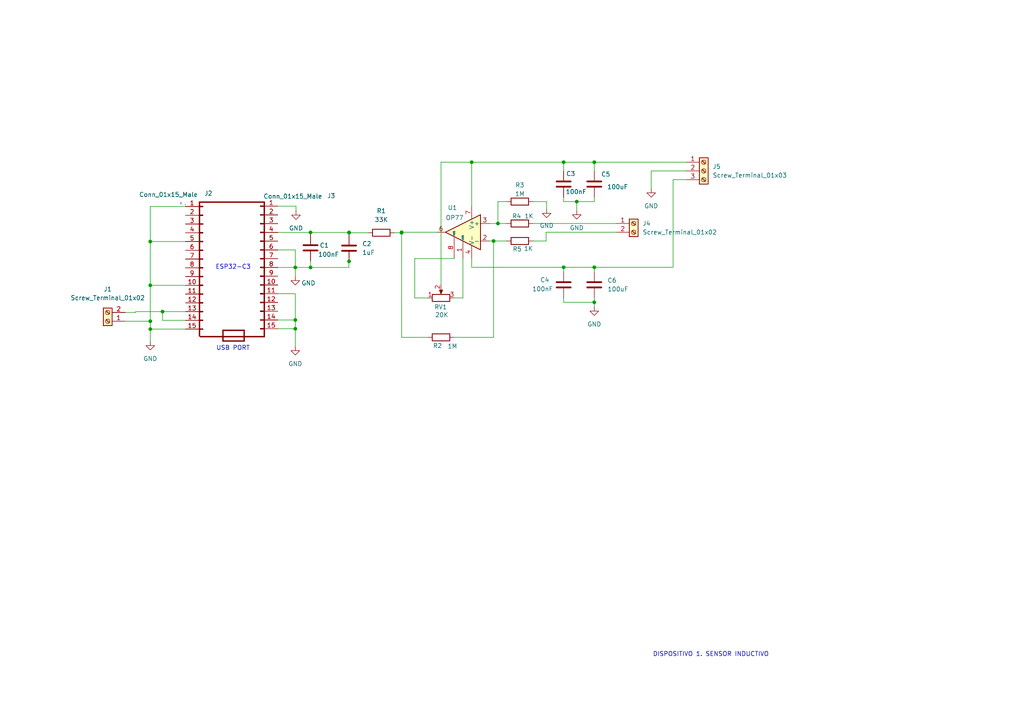
<source format=kicad_sch>
(kicad_sch (version 20211123) (generator eeschema)
  (paper "A4")
  (lib_symbols
    (symbol "Amplifier_Operational:OP77" (pin_names (offset 0.127))
      (property "Reference" "U" (at 1.27 6.35 0))
      (property "Value" "OP77" (at 1.27 3.81 0))
      (symbol "OP77_0_1"
        (polyline (pts (xy -5.08 5.08) (xy 5.08 0) (xy -5.08 -5.08) (xy -5.08 5.08)) (stroke (width 0.254)) (fill (type background)))
      )
      (symbol "OP77_1_1"
        (pin input line (at 0 -7.62 90) (length 5.08) (name "VOS") (number "1"))
        (pin input line (at -7.62 -2.54 0) (length 2.54) (name "-") (number "2"))
        (pin input line (at -7.62 2.54 0) (length 2.54) (name "+") (number "3"))
        (pin power_in line (at -2.54 -7.62 90) (length 3.81) (name "V-") (number "4"))
        (pin no_connect line (at 0 2.54 270) (length 2.54) hide (name "NC") (number "5"))
        (pin output line (at 7.62 0 180) (length 2.54) (name "~") (number "6"))
        (pin power_in line (at -2.54 7.62 270) (length 3.81) (name "V+") (number "7"))
        (pin input line (at 2.54 -7.62 90) (length 6.35) (name "VOS") (number "8"))
      )
    )
    (symbol "Connector:Conn_01x15_Male" (pin_names (offset 1.016) hide)
      (property "Reference" "J" (at 0 20.32 0))
      (property "Value" "Conn_01x15_Male" (at 0 -20.32 0))
      (symbol "Conn_01x15_Male_1_1"
        (polyline (pts (xy 1.27 -17.78) (xy 0.8636 -17.78)) (stroke (width 0.1524)))
        (polyline (pts (xy 1.27 -15.24) (xy 0.8636 -15.24)) (stroke (width 0.1524)))
        (polyline (pts (xy 1.27 -12.7) (xy 0.8636 -12.7)) (stroke (width 0.1524)))
        (polyline (pts (xy 1.27 -10.16) (xy 0.8636 -10.16)) (stroke (width 0.1524)))
        (polyline (pts (xy 1.27 -7.62) (xy 0.8636 -7.62)) (stroke (width 0.1524)))
        (polyline (pts (xy 1.27 -5.08) (xy 0.8636 -5.08)) (stroke (width 0.1524)))
        (polyline (pts (xy 1.27 -2.54) (xy 0.8636 -2.54)) (stroke (width 0.1524)))
        (polyline (pts (xy 1.27 0) (xy 0.8636 0)) (stroke (width 0.1524)))
        (polyline (pts (xy 1.27 2.54) (xy 0.8636 2.54)) (stroke (width 0.1524)))
        (polyline (pts (xy 1.27 5.08) (xy 0.8636 5.08)) (stroke (width 0.1524)))
        (polyline (pts (xy 1.27 7.62) (xy 0.8636 7.62)) (stroke (width 0.1524)))
        (polyline (pts (xy 1.27 10.16) (xy 0.8636 10.16)) (stroke (width 0.1524)))
        (polyline (pts (xy 1.27 12.7) (xy 0.8636 12.7)) (stroke (width 0.1524)))
        (polyline (pts (xy 1.27 15.24) (xy 0.8636 15.24)) (stroke (width 0.1524)))
        (polyline (pts (xy 1.27 17.78) (xy 0.8636 17.78)) (stroke (width 0.1524)))
        (rectangle (start 0.8636 -17.653) (end 0 -17.907) (stroke (width 0.1524)) (fill (type outline)))
        (rectangle (start 0.8636 -15.113) (end 0 -15.367) (stroke (width 0.1524)) (fill (type outline)))
        (rectangle (start 0.8636 -12.573) (end 0 -12.827) (stroke (width 0.1524)) (fill (type outline)))
        (rectangle (start 0.8636 -10.033) (end 0 -10.287) (stroke (width 0.1524)) (fill (type outline)))
        (rectangle (start 0.8636 -7.493) (end 0 -7.747) (stroke (width 0.1524)) (fill (type outline)))
        (rectangle (start 0.8636 -4.953) (end 0 -5.207) (stroke (width 0.1524)) (fill (type outline)))
        (rectangle (start 0.8636 -2.413) (end 0 -2.667) (stroke (width 0.1524)) (fill (type outline)))
        (rectangle (start 0.8636 0.127) (end 0 -0.127) (stroke (width 0.1524)) (fill (type outline)))
        (rectangle (start 0.8636 2.667) (end 0 2.413) (stroke (width 0.1524)) (fill (type outline)))
        (rectangle (start 0.8636 5.207) (end 0 4.953) (stroke (width 0.1524)) (fill (type outline)))
        (rectangle (start 0.8636 7.747) (end 0 7.493) (stroke (width 0.1524)) (fill (type outline)))
        (rectangle (start 0.8636 10.287) (end 0 10.033) (stroke (width 0.1524)) (fill (type outline)))
        (rectangle (start 0.8636 12.827) (end 0 12.573) (stroke (width 0.1524)) (fill (type outline)))
        (rectangle (start 0.8636 15.367) (end 0 15.113) (stroke (width 0.1524)) (fill (type outline)))
        (rectangle (start 0.8636 17.907) (end 0 17.653) (stroke (width 0.1524)) (fill (type outline)))
        (pin passive line (at 5.08 17.78 180) (length 3.81) (name "Pin_1") (number "1"))
        (pin passive line (at 5.08 -5.08 180) (length 3.81) (name "Pin_10") (number "10"))
        (pin passive line (at 5.08 -7.62 180) (length 3.81) (name "Pin_11") (number "11"))
        (pin passive line (at 5.08 -10.16 180) (length 3.81) (name "Pin_12") (number "12"))
        (pin passive line (at 5.08 -12.7 180) (length 3.81) (name "Pin_13") (number "13"))
        (pin passive line (at 5.08 -15.24 180) (length 3.81) (name "Pin_14") (number "14"))
        (pin passive line (at 5.08 -17.78 180) (length 3.81) (name "Pin_15") (number "15"))
        (pin passive line (at 5.08 15.24 180) (length 3.81) (name "Pin_2") (number "2"))
        (pin passive line (at 5.08 12.7 180) (length 3.81) (name "Pin_3") (number "3"))
        (pin passive line (at 5.08 10.16 180) (length 3.81) (name "Pin_4") (number "4"))
        (pin passive line (at 5.08 7.62 180) (length 3.81) (name "Pin_5") (number "5"))
        (pin passive line (at 5.08 5.08 180) (length 3.81) (name "Pin_6") (number "6"))
        (pin passive line (at 5.08 2.54 180) (length 3.81) (name "Pin_7") (number "7"))
        (pin passive line (at 5.08 0 180) (length 3.81) (name "Pin_8") (number "8"))
        (pin passive line (at 5.08 -2.54 180) (length 3.81) (name "Pin_9") (number "9"))
      )
    )
    (symbol "Connector:Screw_Terminal_01x02" (pin_names (offset 1.016) hide)
      (property "Reference" "J" (at 0 2.54 0))
      (property "Value" "Screw_Terminal_01x02" (at 0 -5.08 0))
      (symbol "Screw_Terminal_01x02_1_1"
        (rectangle (start -1.27 1.27) (end 1.27 -3.81) (stroke (width 0.254)) (fill (type background)))
        (circle (center 0 -2.54) (radius 0.635) (stroke (width 0.1524)))
        (polyline (pts (xy -0.5334 -2.2098) (xy 0.3302 -3.048)) (stroke (width 0.1524)))
        (polyline (pts (xy -0.5334 0.3302) (xy 0.3302 -0.508)) (stroke (width 0.1524)))
        (polyline (pts (xy -0.3556 -2.032) (xy 0.508 -2.8702)) (stroke (width 0.1524)))
        (polyline (pts (xy -0.3556 0.508) (xy 0.508 -0.3302)) (stroke (width 0.1524)))
        (circle (center 0 0) (radius 0.635) (stroke (width 0.1524)))
        (pin passive line (at -5.08 0 0) (length 3.81) (name "Pin_1") (number "1"))
        (pin passive line (at -5.08 -2.54 0) (length 3.81) (name "Pin_2") (number "2"))
      )
    )
    (symbol "Connector:Screw_Terminal_01x03" (pin_names (offset 1.016) hide)
      (property "Reference" "J" (at 0 5.08 0))
      (property "Value" "Screw_Terminal_01x03" (at 0 -5.08 0))
      (symbol "Screw_Terminal_01x03_1_1"
        (rectangle (start -1.27 3.81) (end 1.27 -3.81) (stroke (width 0.254)) (fill (type background)))
        (circle (center 0 -2.54) (radius 0.635) (stroke (width 0.1524)))
        (polyline (pts (xy -0.5334 -2.2098) (xy 0.3302 -3.048)) (stroke (width 0.1524)))
        (polyline (pts (xy -0.5334 0.3302) (xy 0.3302 -0.508)) (stroke (width 0.1524)))
        (polyline (pts (xy -0.5334 2.8702) (xy 0.3302 2.032)) (stroke (width 0.1524)))
        (polyline (pts (xy -0.3556 -2.032) (xy 0.508 -2.8702)) (stroke (width 0.1524)))
        (polyline (pts (xy -0.3556 0.508) (xy 0.508 -0.3302)) (stroke (width 0.1524)))
        (polyline (pts (xy -0.3556 3.048) (xy 0.508 2.2098)) (stroke (width 0.1524)))
        (circle (center 0 0) (radius 0.635) (stroke (width 0.1524)))
        (circle (center 0 2.54) (radius 0.635) (stroke (width 0.1524)))
        (pin passive line (at -5.08 2.54 0) (length 3.81) (name "Pin_1") (number "1"))
        (pin passive line (at -5.08 0 0) (length 3.81) (name "Pin_2") (number "2"))
        (pin passive line (at -5.08 -2.54 0) (length 3.81) (name "Pin_3") (number "3"))
      )
    )
    (symbol "Device:C" (pin_numbers hide) (pin_names (offset 0.254))
      (property "Reference" "C" (at 0.635 2.54 0))
      (property "Value" "C" (at 0.635 -2.54 0))
      (symbol "C_0_1"
        (polyline (pts (xy -2.032 -0.762) (xy 2.032 -0.762)) (stroke (width 0.508)))
        (polyline (pts (xy -2.032 0.762) (xy 2.032 0.762)) (stroke (width 0.508)))
      )
      (symbol "C_1_1"
        (pin passive line (at 0 3.81 270) (length 2.794) (name "~") (number "1"))
        (pin passive line (at 0 -3.81 90) (length 2.794) (name "~") (number "2"))
      )
    )
    (symbol "Device:R" (pin_numbers hide) (pin_names (offset 0))
      (property "Reference" "R" (at 2.032 0 90))
      (property "Value" "R" (at 0 0 90))
      (symbol "R_0_1"
        (rectangle (start -1.016 -2.54) (end 1.016 2.54) (stroke (width 0.254)))
      )
      (symbol "R_1_1"
        (pin passive line (at 0 3.81 270) (length 1.27) (name "~") (number "1"))
        (pin passive line (at 0 -3.81 90) (length 1.27) (name "~") (number "2"))
      )
    )
    (symbol "Device:R_Potentiometer" (pin_names (offset 1.016) hide)
      (property "Reference" "RV" (at -4.445 0 90))
      (property "Value" "R_Potentiometer" (at -2.54 0 90))
      (symbol "R_Potentiometer_0_1"
        (polyline (pts (xy 2.54 0) (xy 1.524 0)))
        (polyline (pts (xy 1.143 0) (xy 2.286 0.508) (xy 2.286 -0.508) (xy 1.143 0)) (fill (type outline)))
        (rectangle (start 1.016 2.54) (end -1.016 -2.54) (stroke (width 0.254)))
      )
      (symbol "R_Potentiometer_1_1"
        (pin passive line (at 0 3.81 270) (length 1.27) (name "1") (number "1"))
        (pin passive line (at 3.81 0 180) (length 1.27) (name "2") (number "2"))
        (pin passive line (at 0 -3.81 90) (length 1.27) (name "3") (number "3"))
      )
    )
    (symbol "power:GND" (power) (pin_names (offset 0))
      (property "Value" "GND" (at 0 -3.81 0))
      (symbol "GND_0_1"
        (polyline (pts (xy 0 0) (xy 0 -1.27) (xy 1.27 -1.27) (xy 0 -2.54) (xy -1.27 -1.27) (xy 0 -1.27)))
      )
      (symbol "GND_1_1"
        (pin power_in line (at 0 0 270) (length 0) hide (name "GND") (number "1"))
      )
    )
  )
  (junction (at 136.8044 47.0408))
  (junction (at 163.4744 47.0408))
  (junction (at 143.1544 69.9008))
  (junction (at 167.2844 58.4708))
  (junction (at 101.2444 75.7936))
  (junction (at 43.5864 70.0532))
  (junction (at 85.6488 92.8116))
  (junction (at 90.0684 67.4116))
  (junction (at 116.4844 67.3608))
  (junction (at 43.5864 95.4532))
  (junction (at 163.4744 77.5208))
  (junction (at 101.2444 67.4116))
  (junction (at 101.2444 67.5132))
  (junction (at 172.3644 77.5208))
  (junction (at 144.4244 64.8208))
  (junction (at 43.5864 82.7532))
  (junction (at 47.1424 90.3732))
  (junction (at 43.5864 93.1672))
  (junction (at 85.6488 77.5716))
  (junction (at 172.3644 87.6808))
  (junction (at 116.4844 67.5132))
  (junction (at 90.0684 77.5716))
  (junction (at 85.6488 95.3516))
  (junction (at 172.3644 47.0408))
  (wire (pts (xy 85.6488 92.8116) (xy 85.6488 95.3516)))
  (wire (pts (xy 106.7816 67.5132) (xy 101.2444 67.5132)))
  (wire (pts (xy 39.37 90.6272) (xy 36.322 90.6272)))
  (wire (pts (xy 85.852 59.7916) (xy 85.852 61.1124)))
  (wire (pts (xy 195.2244 52.1208) (xy 195.2244 77.5208)))
  (wire (pts (xy 101.2444 67.4116) (xy 101.2444 67.5132)))
  (wire (pts (xy 101.2444 75.7936) (xy 101.1936 75.7936)))
  (wire (pts (xy 163.4744 47.0408) (xy 172.3644 47.0408)))
  (wire (pts (xy 188.8744 49.5808) (xy 188.8744 54.6608)))
  (wire (pts (xy 39.37 90.3732) (xy 39.37 90.6272)))
  (polyline (pts (xy 76.6572 97.6376) (xy 76.6572 58.6232)) (stroke (width 0.4) (type solid) (color 132 0 0 1)))
  (wire (pts (xy 141.8844 69.9008) (xy 143.1544 69.9008)))
  (wire (pts (xy 134.2644 86.4108) (xy 131.7244 86.4108)))
  (wire (pts (xy 53.7972 95.4532) (xy 43.5864 95.4532)))
  (wire (pts (xy 163.4744 77.5208) (xy 163.4744 78.7908)))
  (wire (pts (xy 172.3644 57.2008) (xy 172.3644 58.4708)))
  (polyline (pts (xy 70.8152 95.8088) (xy 70.8152 98.9076)) (stroke (width 0.4) (type solid) (color 132 0 0 1)))
  (polyline (pts (xy 53.6956 59.3344) (xy 53.848 59.3344)))
  (wire (pts (xy 163.4744 87.6808) (xy 172.3644 87.6808)))
  (wire (pts (xy 43.5864 82.7532) (xy 53.7972 82.7532)))
  (wire (pts (xy 80.5688 85.1916) (xy 85.6488 85.1916)))
  (wire (pts (xy 127.9144 47.0408) (xy 136.8044 47.0408)))
  (wire (pts (xy 80.5688 92.8116) (xy 85.6488 92.8116)))
  (polyline (pts (xy 64.6684 98.9076) (xy 70.8152 98.9076)) (stroke (width 0.4) (type solid) (color 132 0 0 1)))
  (wire (pts (xy 143.1544 97.8408) (xy 143.1544 69.9008)))
  (wire (pts (xy 172.3644 86.4108) (xy 172.3644 87.6808)))
  (wire (pts (xy 144.4244 58.4708) (xy 144.4244 64.8208)))
  (wire (pts (xy 158.3944 67.3608) (xy 158.3944 69.9008)))
  (polyline (pts (xy 64.6684 95.8088) (xy 70.8152 95.8088)) (stroke (width 0.4) (type solid) (color 132 0 0 1)))
  (wire (pts (xy 172.3644 87.6808) (xy 172.3644 88.9508)))
  (wire (pts (xy 85.6488 72.4916) (xy 85.6488 77.5716)))
  (wire (pts (xy 101.2444 67.5132) (xy 101.2444 68.1736)))
  (wire (pts (xy 126.6444 67.3608) (xy 116.4844 67.3608)))
  (wire (pts (xy 199.0344 49.5808) (xy 188.8744 49.5808)))
  (wire (pts (xy 127.9144 82.6008) (xy 127.9144 47.0408)))
  (wire (pts (xy 178.7144 67.3608) (xy 158.3944 67.3608)))
  (wire (pts (xy 47.1424 92.9132) (xy 47.1424 90.3732)))
  (wire (pts (xy 158.3944 69.9008) (xy 154.5844 69.9008)))
  (wire (pts (xy 167.2844 58.4708) (xy 163.4744 58.4708)))
  (wire (pts (xy 172.3644 47.0408) (xy 199.0344 47.0408)))
  (wire (pts (xy 116.4844 67.5132) (xy 116.4844 97.8408)))
  (wire (pts (xy 134.2644 74.9808) (xy 134.2644 86.4108)))
  (polyline (pts (xy 58.1152 97.6376) (xy 76.6572 97.6376)) (stroke (width 0.4) (type solid) (color 132 0 0 1)))
  (wire (pts (xy 101.1936 75.7936) (xy 101.1936 77.5716)))
  (wire (pts (xy 124.1044 97.8408) (xy 116.4844 97.8408)))
  (wire (pts (xy 43.5864 70.0532) (xy 43.5864 59.8932)))
  (wire (pts (xy 136.8044 59.7408) (xy 136.8044 47.0408)))
  (wire (pts (xy 167.2844 61.0108) (xy 167.2844 58.4708)))
  (wire (pts (xy 172.3644 78.7908) (xy 172.3644 77.5208)))
  (wire (pts (xy 172.3644 77.5208) (xy 163.4744 77.5208)))
  (wire (pts (xy 36.322 93.1672) (xy 43.5864 93.1672)))
  (wire (pts (xy 80.5688 67.4116) (xy 90.0684 67.4116)))
  (wire (pts (xy 146.9644 58.4708) (xy 144.4244 58.4708)))
  (wire (pts (xy 53.7972 90.3732) (xy 47.1424 90.3732)))
  (wire (pts (xy 120.2944 74.9808) (xy 131.7244 74.9808)))
  (wire (pts (xy 90.0684 67.4116) (xy 90.0684 68.072)))
  (wire (pts (xy 199.0344 52.1208) (xy 195.2244 52.1208)))
  (wire (pts (xy 90.0684 77.5716) (xy 101.1936 77.5716)))
  (wire (pts (xy 195.2244 77.5208) (xy 172.3644 77.5208)))
  (wire (pts (xy 114.4016 67.5132) (xy 116.4844 67.5132)))
  (wire (pts (xy 141.8844 64.8208) (xy 144.4244 64.8208)))
  (wire (pts (xy 116.4844 67.3608) (xy 116.4844 67.5132)))
  (wire (pts (xy 43.5864 70.0532) (xy 53.7972 70.0532)))
  (wire (pts (xy 158.5468 60.6044) (xy 158.5468 58.4708)))
  (wire (pts (xy 154.5844 64.8208) (xy 178.7144 64.8208)))
  (wire (pts (xy 136.8044 77.5208) (xy 163.4744 77.5208)))
  (wire (pts (xy 136.8044 47.0408) (xy 163.4744 47.0408)))
  (wire (pts (xy 131.7244 97.8408) (xy 143.1544 97.8408)))
  (wire (pts (xy 80.5688 59.7916) (xy 85.852 59.7916)))
  (polyline (pts (xy 76.6572 58.6232) (xy 57.8104 58.6232)) (stroke (width 0.4) (type solid) (color 132 0 0 1)))
  (wire (pts (xy 158.5468 58.4708) (xy 154.5844 58.4708)))
  (wire (pts (xy 43.5864 93.1672) (xy 43.5864 82.7532)))
  (wire (pts (xy 172.3644 58.4708) (xy 167.2844 58.4708)))
  (wire (pts (xy 53.7972 92.9132) (xy 47.1424 92.9132)))
  (wire (pts (xy 85.6488 77.5716) (xy 85.6488 80.1116)))
  (wire (pts (xy 136.8044 74.9808) (xy 136.8044 77.5208)))
  (wire (pts (xy 85.6488 95.3516) (xy 85.6488 100.4316)))
  (wire (pts (xy 80.5688 72.4916) (xy 85.6488 72.4916)))
  (wire (pts (xy 163.4744 58.4708) (xy 163.4744 57.2008)))
  (wire (pts (xy 163.4744 47.0408) (xy 163.4744 49.5808)))
  (wire (pts (xy 144.4244 64.8208) (xy 146.9644 64.8208)))
  (wire (pts (xy 120.2944 74.9808) (xy 120.2944 86.4108)))
  (wire (pts (xy 90.0684 75.692) (xy 90.0684 77.5716)))
  (polyline (pts (xy 64.6684 95.8088) (xy 64.6684 98.9076)) (stroke (width 0.4) (type solid) (color 132 0 0 1)))
  (wire (pts (xy 143.1544 69.9008) (xy 146.9644 69.9008)))
  (wire (pts (xy 43.5864 59.8932) (xy 53.7972 59.8932)))
  (wire (pts (xy 90.0684 67.4116) (xy 101.2444 67.4116)))
  (wire (pts (xy 85.6488 85.1916) (xy 85.6488 92.8116)))
  (wire (pts (xy 43.5864 95.4532) (xy 43.5864 98.9584)))
  (wire (pts (xy 43.5864 82.7532) (xy 43.5864 70.0532)))
  (wire (pts (xy 120.2944 86.4108) (xy 124.1044 86.4108)))
  (wire (pts (xy 172.3644 47.0408) (xy 172.3644 49.5808)))
  (polyline (pts (xy 57.8612 58.8772) (xy 57.8612 97.4344)) (stroke (width 0.4) (type solid) (color 132 0 0 1)))
  (wire (pts (xy 85.6488 77.5716) (xy 90.0684 77.5716)))
  (wire (pts (xy 80.5688 95.3516) (xy 85.6488 95.3516)))
  (polyline (pts (xy 52.4764 58.6232) (xy 52.4764 59.2328)))
  (wire (pts (xy 47.1424 90.3732) (xy 39.37 90.3732)))
  (wire (pts (xy 43.5864 95.4532) (xy 43.5864 93.1672)))
  (wire (pts (xy 80.5688 77.5716) (xy 85.6488 77.5716)))
  (wire (pts (xy 163.4744 86.4108) (xy 163.4744 87.6808)))
  (text "ESP32-C3" (at 62.484 78.2828 0) (effects (font (size 1.27 1.27)) (justify left bottom)))
  (text "USB PORT" (at 62.6872 101.8032 0) (effects (font (size 1.27 1.27)) (justify left bottom)))
  (text "DISPOSITIVO 1. SENSOR INDUCTIVO" (at 189.3316 190.6016 0) (effects (font (size 1.27 1.27)) (justify left bottom)))
  (symbol (lib_id "Device:R") (at 150.7744 58.4708 270) (unit 1)
    (property "Reference" "R3" (at 150.7744 53.6956 90))
    (property "Value" "1M" (at 150.7744 56.2356 90))
    (property "Footprint" "Resistor_THT:R_Axial_DIN0411_L9.9mm_D3.6mm_P12.70mm_Horizontal" (effects hide))
  )
  (symbol (lib_id "power:GND") (at 172.3644 88.9508 0) (unit 1)
    (property "Reference" "#PWR07" (effects hide))
    (property "Value" "GND" (at 172.3644 94.0308 0))
  )
  (symbol (lib_id "Connector:Conn_01x15_Male") (at 58.8772 77.6732 0) (mirror y) (unit 1)
    (property "Reference" "J2" (at 60.452 56.0832 0))
    (property "Value" "Conn_01x15_Male" (at 48.8696 56.4388 0))
    (property "Footprint" "Connector_PinHeader_2.54mm:PinHeader_1x15_P2.54mm_Vertical" (effects hide))
    (property "Reference" "J2" (effects hide))
    (property "Value" "Conn_01x15_Male" (effects hide))
  )
  (symbol (lib_id "Device:C") (at 172.3644 53.3908 0) (unit 1)
    (property "Reference" "C5" (at 174.3456 50.546 0) (effects (justify left)))
    (property "Value" "100uF" (at 176.0728 54.2036 0) (effects (justify left)))
    (property "Footprint" "Capacitor_THT:CP_Radial_D8.0mm_P5.00mm" (effects hide))
  )
  (symbol (lib_id "Device:R") (at 127.9144 97.8408 90) (unit 1)
    (property "Reference" "R2" (at 126.8984 100.2792 90))
    (property "Value" "1M" (at 131.2164 100.4316 90))
    (property "Footprint" "Resistor_THT:R_Axial_DIN0411_L9.9mm_D3.6mm_P12.70mm_Horizontal" (effects hide))
  )
  (symbol (lib_id "Device:C") (at 163.4744 82.6008 0) (unit 1)
    (property "Reference" "C4" (at 156.6672 81.1784 0) (effects (justify left)))
    (property "Value" "100nF" (at 154.3304 83.82 0) (effects (justify left)))
    (property "Footprint" "Capacitor_THT:CP_Radial_D8.0mm_P5.00mm" (effects hide))
  )
  (symbol (lib_id "Amplifier_Operational:OP77") (at 134.2644 67.3608 0) (mirror y) (unit 1)
    (property "Reference" "U1" (at 129.8448 60.2488 0) (effects (justify right)))
    (property "Value" "OP77" (at 129.2352 63.1444 0) (effects (justify right)))
    (property "Footprint" "Package_DIP:DIP-8_W7.62mm" (effects hide))
    (property "Footprint" "Package_DIP:DIP-8_W7.62mm" (effects hide))
    (property "Reference" "U1" (effects hide))
    (property "Value" "OP77" (effects hide))
  )
  (symbol (lib_id "Device:C") (at 163.4744 53.3908 0) (unit 1)
    (property "Reference" "C3" (at 164.1856 50.3936 0) (effects (justify left)))
    (property "Value" "100nF" (at 164.0332 55.626 0) (effects (justify left)))
    (property "Footprint" "Capacitor_THT:CP_Radial_D8.0mm_P5.00mm" (effects hide))
  )
  (symbol (lib_id "power:GND") (at 158.5468 60.6044 0) (unit 1)
    (property "Reference" "#PWR05" (effects hide))
    (property "Value" "GND" (at 158.5468 65.4304 0))
  )
  (symbol (lib_id "power:GND") (at 43.5864 98.9584 0) (unit 1)
    (property "Reference" "#PWR01" (effects hide))
    (property "Value" "GND" (at 43.5864 104.0384 0))
  )
  (symbol (lib_id "Device:C") (at 90.0684 71.882 0) (unit 1)
    (property "Reference" "C1" (at 92.71 71.1708 0) (effects (justify left)))
    (property "Value" "100nF" (at 92.2528 73.8124 0) (effects (justify left)))
    (property "Footprint" "Capacitor_THT:CP_Radial_D8.0mm_P5.00mm" (effects hide))
  )
  (symbol (lib_id "Connector:Screw_Terminal_01x02") (at 183.7944 64.8208 0) (unit 1)
    (property "Reference" "J4" (at 186.3344 64.8207 0) (effects (justify left)))
    (property "Value" "Screw_Terminal_01x02" (at 186.3344 67.3607 0) (effects (justify left)))
    (property "Footprint" "Connector_Phoenix_MC_HighVoltage:PhoenixContact_MCV_1,5_2-G-5.08_1x02_P5.08mm_Vertical" (effects hide))
  )
  (symbol (lib_id "Device:C") (at 172.3644 82.6008 0) (unit 1)
    (property "Reference" "C6" (at 176.1744 81.3307 0) (effects (justify left)))
    (property "Value" "100uF" (at 176.1744 83.8707 0) (effects (justify left)))
    (property "Footprint" "Capacitor_THT:CP_Radial_D8.0mm_P5.00mm" (effects hide))
  )
  (symbol (lib_id "Device:R") (at 150.7744 69.9008 90) (unit 1)
    (property "Reference" "R5" (at 150.0124 72.2376 90))
    (property "Value" "1K" (at 153.2636 72.0852 90))
    (property "Footprint" "Resistor_THT:R_Axial_DIN0411_L9.9mm_D3.6mm_P12.70mm_Horizontal" (effects hide))
  )
  (symbol (lib_id "Device:R") (at 110.5916 67.5132 90) (unit 1)
    (property "Reference" "R1" (at 110.5916 61.1632 90))
    (property "Value" "33K" (at 110.5916 63.7032 90))
    (property "Footprint" "Resistor_THT:R_Axial_DIN0411_L9.9mm_D3.6mm_P12.70mm_Horizontal" (effects hide))
    (property "Footprint" "Resistor_THT:R_Axial_DIN0411_L9.9mm_D3.6mm_P12.70mm_Horizontal" (effects hide))
    (property "Reference" "R1" (effects hide))
    (property "Value" "33K" (effects hide))
  )
  (symbol (lib_id "Connector:Conn_01x15_Male") (at 75.4888 77.5716 0) (unit 1)
    (property "Reference" "J3" (at 96.0628 56.7944 0))
    (property "Value" "Conn_01x15_Male" (at 84.9376 56.9468 0))
    (property "Footprint" "Connector_PinHeader_2.54mm:PinHeader_1x15_P2.54mm_Vertical" (effects hide))
    (property "Reference" "J3" (effects hide))
    (property "Value" "Conn_01x15_Male" (effects hide))
  )
  (symbol (lib_id "power:GND") (at 188.8744 54.6608 0) (unit 1)
    (property "Reference" "#PWR08" (effects hide))
    (property "Value" "GND" (at 188.8744 59.7408 0))
  )
  (symbol (lib_id "Device:R") (at 150.7744 64.8208 90) (unit 1)
    (property "Reference" "R4" (at 149.86 62.6872 90))
    (property "Value" "1K" (at 153.416 62.6872 90))
    (property "Footprint" "Resistor_THT:R_Axial_DIN0411_L9.9mm_D3.6mm_P12.70mm_Horizontal" (effects hide))
  )
  (symbol (lib_id "power:GND") (at 85.6488 80.1116 0) (unit 1)
    (property "Reference" "#PWR02" (effects hide))
    (property "Value" "GND" (at 89.4588 82.0928 0))
  )
  (symbol (lib_id "power:GND") (at 85.6488 100.4316 0) (unit 1)
    (property "Reference" "#PWR03" (effects hide))
    (property "Value" "GND" (at 85.6488 105.5116 0))
  )
  (symbol (lib_id "power:GND") (at 85.852 61.1124 0) (unit 1)
    (property "Reference" "#PWR04" (effects hide))
    (property "Value" "GND" (at 85.852 66.1924 0))
  )
  (symbol (lib_id "Connector:Screw_Terminal_01x03") (at 204.1144 49.5808 0) (unit 1)
    (property "Reference" "J5" (at 206.6544 48.3107 0) (effects (justify left)))
    (property "Value" "Screw_Terminal_01x03" (at 206.6544 50.8507 0) (effects (justify left)))
    (property "Footprint" "Connector_Phoenix_MC_HighVoltage:PhoenixContact_MCV_1,5_3-G-5.08_1x03_P5.08mm_Vertical" (effects hide))
    (property "Reference" "J5" (effects hide))
    (property "Value" "Screw_Terminal_01x03" (effects hide))
  )
  (symbol (lib_id "Device:C") (at 101.2444 71.9836 0) (unit 1)
    (property "Reference" "C2" (at 105.0544 70.7135 0) (effects (justify left)))
    (property "Value" "1uF" (at 105.0544 73.2535 0) (effects (justify left)))
    (property "Footprint" "Capacitor_THT:CP_Radial_D8.0mm_P5.00mm" (effects hide))
  )
  (symbol (lib_id "Device:R_Potentiometer") (at 127.9144 86.4108 90) (unit 1)
    (property "Reference" "RV1" (at 127.8128 89.0524 90))
    (property "Value" "20K" (at 128.1176 91.3384 90))
    (property "Footprint" "Potentiometer_THT:Potentiometer_ACP_CA6-H2,5_Horizontal" (effects hide))
    (property "Footprint" "Potentiometer_THT:Potentiometer_ACP_CA6-H2,5_Horizontal" (effects hide))
    (property "Reference" "RV1" (effects hide))
    (property "Value" "20K" (effects hide))
  )
  (symbol (lib_id "power:GND") (at 167.2844 61.0108 0) (unit 1)
    (property "Reference" "#PWR06" (effects hide))
    (property "Value" "GND" (at 167.2844 66.0908 0))
  )
  (symbol (lib_id "Connector:Screw_Terminal_01x02") (at 31.242 93.1672 180) (unit 1)
    (property "Reference" "J1" (at 31.242 83.8708 0))
    (property "Value" "Screw_Terminal_01x02" (at 31.242 86.4108 0))
    (property "Footprint" "Connector_Phoenix_MC_HighVoltage:PhoenixContact_MCV_1,5_2-G-5.08_1x02_P5.08mm_Vertical" (effects hide))
  )
)
</source>
